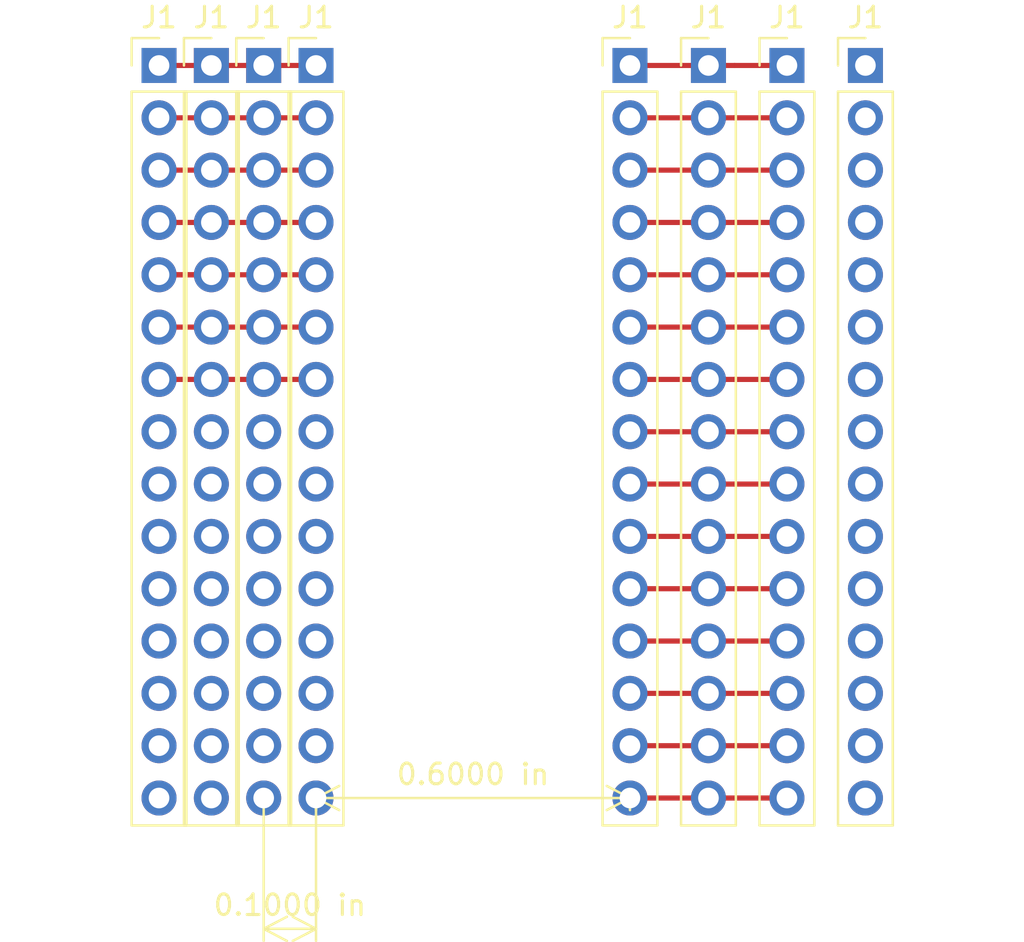
<source format=kicad_pcb>
(kicad_pcb (version 20171130) (host pcbnew "(5.1.2)-2")

  (general
    (thickness 1.6)
    (drawings 2)
    (tracks 61)
    (zones 0)
    (modules 8)
    (nets 1)
  )

  (page A4)
  (layers
    (0 F.Cu signal)
    (31 B.Cu signal)
    (32 B.Adhes user)
    (33 F.Adhes user)
    (34 B.Paste user)
    (35 F.Paste user)
    (36 B.SilkS user)
    (37 F.SilkS user)
    (38 B.Mask user)
    (39 F.Mask user)
    (40 Dwgs.User user)
    (41 Cmts.User user)
    (42 Eco1.User user)
    (43 Eco2.User user)
    (44 Edge.Cuts user)
    (45 Margin user)
    (46 B.CrtYd user)
    (47 F.CrtYd user)
    (48 B.Fab user)
    (49 F.Fab user)
  )

  (setup
    (last_trace_width 0.25)
    (trace_clearance 0.2)
    (zone_clearance 0.508)
    (zone_45_only no)
    (trace_min 0.2)
    (via_size 0.8)
    (via_drill 0.4)
    (via_min_size 0.4)
    (via_min_drill 0.3)
    (uvia_size 0.3)
    (uvia_drill 0.1)
    (uvias_allowed no)
    (uvia_min_size 0.2)
    (uvia_min_drill 0.1)
    (edge_width 0.05)
    (segment_width 0.2)
    (pcb_text_width 0.3)
    (pcb_text_size 1.5 1.5)
    (mod_edge_width 0.12)
    (mod_text_size 1 1)
    (mod_text_width 0.15)
    (pad_size 1.524 1.524)
    (pad_drill 0.762)
    (pad_to_mask_clearance 0.051)
    (solder_mask_min_width 0.25)
    (aux_axis_origin 0 0)
    (visible_elements 7FFFFFFF)
    (pcbplotparams
      (layerselection 0x010fc_ffffffff)
      (usegerberextensions false)
      (usegerberattributes false)
      (usegerberadvancedattributes false)
      (creategerberjobfile false)
      (excludeedgelayer true)
      (linewidth 0.100000)
      (plotframeref false)
      (viasonmask false)
      (mode 1)
      (useauxorigin false)
      (hpglpennumber 1)
      (hpglpenspeed 20)
      (hpglpendiameter 15.000000)
      (psnegative false)
      (psa4output false)
      (plotreference true)
      (plotvalue true)
      (plotinvisibletext false)
      (padsonsilk false)
      (subtractmaskfromsilk false)
      (outputformat 1)
      (mirror false)
      (drillshape 1)
      (scaleselection 1)
      (outputdirectory ""))
  )

  (net 0 "")

  (net_class Default "This is the default net class."
    (clearance 0.2)
    (trace_width 0.25)
    (via_dia 0.8)
    (via_drill 0.4)
    (uvia_dia 0.3)
    (uvia_drill 0.1)
  )

  (module Connector_PinHeader_2.54mm:PinHeader_1x15_P2.54mm_Vertical (layer F.Cu) (tedit 59FED5CC) (tstamp 5E1E7E6E)
    (at 148.59 -2.54)
    (descr "Through hole straight pin header, 1x15, 2.54mm pitch, single row")
    (tags "Through hole pin header THT 1x15 2.54mm single row")
    (path /5DE6013C)
    (fp_text reference J1 (at 0 -2.33) (layer F.SilkS)
      (effects (font (size 1 1) (thickness 0.15)))
    )
    (fp_text value Conn_01x15_Female (at 0 37.89) (layer F.Fab)
      (effects (font (size 1 1) (thickness 0.15)))
    )
    (fp_text user %R (at 0 17.78 90) (layer F.Fab)
      (effects (font (size 1 1) (thickness 0.15)))
    )
    (fp_line (start 1.8 -1.8) (end -1.8 -1.8) (layer F.CrtYd) (width 0.05))
    (fp_line (start 1.8 37.35) (end 1.8 -1.8) (layer F.CrtYd) (width 0.05))
    (fp_line (start -1.8 37.35) (end 1.8 37.35) (layer F.CrtYd) (width 0.05))
    (fp_line (start -1.8 -1.8) (end -1.8 37.35) (layer F.CrtYd) (width 0.05))
    (fp_line (start -1.33 -1.33) (end 0 -1.33) (layer F.SilkS) (width 0.12))
    (fp_line (start -1.33 0) (end -1.33 -1.33) (layer F.SilkS) (width 0.12))
    (fp_line (start -1.33 1.27) (end 1.33 1.27) (layer F.SilkS) (width 0.12))
    (fp_line (start 1.33 1.27) (end 1.33 36.89) (layer F.SilkS) (width 0.12))
    (fp_line (start -1.33 1.27) (end -1.33 36.89) (layer F.SilkS) (width 0.12))
    (fp_line (start -1.33 36.89) (end 1.33 36.89) (layer F.SilkS) (width 0.12))
    (fp_line (start -1.27 -0.635) (end -0.635 -1.27) (layer F.Fab) (width 0.1))
    (fp_line (start -1.27 36.83) (end -1.27 -0.635) (layer F.Fab) (width 0.1))
    (fp_line (start 1.27 36.83) (end -1.27 36.83) (layer F.Fab) (width 0.1))
    (fp_line (start 1.27 -1.27) (end 1.27 36.83) (layer F.Fab) (width 0.1))
    (fp_line (start -0.635 -1.27) (end 1.27 -1.27) (layer F.Fab) (width 0.1))
    (pad 15 thru_hole oval (at 0 35.56) (size 1.7 1.7) (drill 1) (layers *.Cu *.Mask))
    (pad 14 thru_hole oval (at 0 33.02) (size 1.7 1.7) (drill 1) (layers *.Cu *.Mask))
    (pad 13 thru_hole oval (at 0 30.48) (size 1.7 1.7) (drill 1) (layers *.Cu *.Mask))
    (pad 12 thru_hole oval (at 0 27.94) (size 1.7 1.7) (drill 1) (layers *.Cu *.Mask))
    (pad 11 thru_hole oval (at 0 25.4) (size 1.7 1.7) (drill 1) (layers *.Cu *.Mask))
    (pad 10 thru_hole oval (at 0 22.86) (size 1.7 1.7) (drill 1) (layers *.Cu *.Mask))
    (pad 9 thru_hole oval (at 0 20.32) (size 1.7 1.7) (drill 1) (layers *.Cu *.Mask))
    (pad 8 thru_hole oval (at 0 17.78) (size 1.7 1.7) (drill 1) (layers *.Cu *.Mask))
    (pad 7 thru_hole oval (at 0 15.24) (size 1.7 1.7) (drill 1) (layers *.Cu *.Mask))
    (pad 6 thru_hole oval (at 0 12.7) (size 1.7 1.7) (drill 1) (layers *.Cu *.Mask))
    (pad 5 thru_hole oval (at 0 10.16) (size 1.7 1.7) (drill 1) (layers *.Cu *.Mask))
    (pad 4 thru_hole oval (at 0 7.62) (size 1.7 1.7) (drill 1) (layers *.Cu *.Mask))
    (pad 3 thru_hole oval (at 0 5.08) (size 1.7 1.7) (drill 1) (layers *.Cu *.Mask))
    (pad 2 thru_hole oval (at 0 2.54) (size 1.7 1.7) (drill 1) (layers *.Cu *.Mask))
    (pad 1 thru_hole rect (at 0 0) (size 1.7 1.7) (drill 1) (layers *.Cu *.Mask))
    (model ${KISYS3DMOD}/Connector_PinHeader_2.54mm.3dshapes/PinHeader_1x15_P2.54mm_Vertical.wrl
      (at (xyz 0 0 0))
      (scale (xyz 1 1 1))
      (rotate (xyz 0 0 0))
    )
  )

  (module Connector_PinHeader_2.54mm:PinHeader_1x15_P2.54mm_Vertical (layer F.Cu) (tedit 59FED5CC) (tstamp 5E1E78B8)
    (at 125.73 -2.54)
    (descr "Through hole straight pin header, 1x15, 2.54mm pitch, single row")
    (tags "Through hole pin header THT 1x15 2.54mm single row")
    (path /5DE6013C)
    (fp_text reference J1 (at 0 -2.33) (layer F.SilkS)
      (effects (font (size 1 1) (thickness 0.15)))
    )
    (fp_text value Conn_01x15_Female (at 0 37.89) (layer F.Fab)
      (effects (font (size 1 1) (thickness 0.15)))
    )
    (fp_line (start -0.635 -1.27) (end 1.27 -1.27) (layer F.Fab) (width 0.1))
    (fp_line (start 1.27 -1.27) (end 1.27 36.83) (layer F.Fab) (width 0.1))
    (fp_line (start 1.27 36.83) (end -1.27 36.83) (layer F.Fab) (width 0.1))
    (fp_line (start -1.27 36.83) (end -1.27 -0.635) (layer F.Fab) (width 0.1))
    (fp_line (start -1.27 -0.635) (end -0.635 -1.27) (layer F.Fab) (width 0.1))
    (fp_line (start -1.33 36.89) (end 1.33 36.89) (layer F.SilkS) (width 0.12))
    (fp_line (start -1.33 1.27) (end -1.33 36.89) (layer F.SilkS) (width 0.12))
    (fp_line (start 1.33 1.27) (end 1.33 36.89) (layer F.SilkS) (width 0.12))
    (fp_line (start -1.33 1.27) (end 1.33 1.27) (layer F.SilkS) (width 0.12))
    (fp_line (start -1.33 0) (end -1.33 -1.33) (layer F.SilkS) (width 0.12))
    (fp_line (start -1.33 -1.33) (end 0 -1.33) (layer F.SilkS) (width 0.12))
    (fp_line (start -1.8 -1.8) (end -1.8 37.35) (layer F.CrtYd) (width 0.05))
    (fp_line (start -1.8 37.35) (end 1.8 37.35) (layer F.CrtYd) (width 0.05))
    (fp_line (start 1.8 37.35) (end 1.8 -1.8) (layer F.CrtYd) (width 0.05))
    (fp_line (start 1.8 -1.8) (end -1.8 -1.8) (layer F.CrtYd) (width 0.05))
    (fp_text user %R (at 0 17.78 90) (layer F.Fab)
      (effects (font (size 1 1) (thickness 0.15)))
    )
    (pad 1 thru_hole rect (at 0 0) (size 1.7 1.7) (drill 1) (layers *.Cu *.Mask))
    (pad 2 thru_hole oval (at 0 2.54) (size 1.7 1.7) (drill 1) (layers *.Cu *.Mask))
    (pad 3 thru_hole oval (at 0 5.08) (size 1.7 1.7) (drill 1) (layers *.Cu *.Mask))
    (pad 4 thru_hole oval (at 0 7.62) (size 1.7 1.7) (drill 1) (layers *.Cu *.Mask))
    (pad 5 thru_hole oval (at 0 10.16) (size 1.7 1.7) (drill 1) (layers *.Cu *.Mask))
    (pad 6 thru_hole oval (at 0 12.7) (size 1.7 1.7) (drill 1) (layers *.Cu *.Mask))
    (pad 7 thru_hole oval (at 0 15.24) (size 1.7 1.7) (drill 1) (layers *.Cu *.Mask))
    (pad 8 thru_hole oval (at 0 17.78) (size 1.7 1.7) (drill 1) (layers *.Cu *.Mask))
    (pad 9 thru_hole oval (at 0 20.32) (size 1.7 1.7) (drill 1) (layers *.Cu *.Mask))
    (pad 10 thru_hole oval (at 0 22.86) (size 1.7 1.7) (drill 1) (layers *.Cu *.Mask))
    (pad 11 thru_hole oval (at 0 25.4) (size 1.7 1.7) (drill 1) (layers *.Cu *.Mask))
    (pad 12 thru_hole oval (at 0 27.94) (size 1.7 1.7) (drill 1) (layers *.Cu *.Mask))
    (pad 13 thru_hole oval (at 0 30.48) (size 1.7 1.7) (drill 1) (layers *.Cu *.Mask))
    (pad 14 thru_hole oval (at 0 33.02) (size 1.7 1.7) (drill 1) (layers *.Cu *.Mask))
    (pad 15 thru_hole oval (at 0 35.56) (size 1.7 1.7) (drill 1) (layers *.Cu *.Mask))
    (model ${KISYS3DMOD}/Connector_PinHeader_2.54mm.3dshapes/PinHeader_1x15_P2.54mm_Vertical.wrl
      (at (xyz 0 0 0))
      (scale (xyz 1 1 1))
      (rotate (xyz 0 0 0))
    )
  )

  (module Connector_PinHeader_2.54mm:PinHeader_1x15_P2.54mm_Vertical (layer F.Cu) (tedit 59FED5CC) (tstamp 5E1E78B8)
    (at 160.02 -2.54)
    (descr "Through hole straight pin header, 1x15, 2.54mm pitch, single row")
    (tags "Through hole pin header THT 1x15 2.54mm single row")
    (path /5DE6013C)
    (fp_text reference J1 (at 0 -2.33) (layer F.SilkS)
      (effects (font (size 1 1) (thickness 0.15)))
    )
    (fp_text value Conn_01x15_Female (at 0 37.89) (layer F.Fab)
      (effects (font (size 1 1) (thickness 0.15)))
    )
    (fp_line (start -0.635 -1.27) (end 1.27 -1.27) (layer F.Fab) (width 0.1))
    (fp_line (start 1.27 -1.27) (end 1.27 36.83) (layer F.Fab) (width 0.1))
    (fp_line (start 1.27 36.83) (end -1.27 36.83) (layer F.Fab) (width 0.1))
    (fp_line (start -1.27 36.83) (end -1.27 -0.635) (layer F.Fab) (width 0.1))
    (fp_line (start -1.27 -0.635) (end -0.635 -1.27) (layer F.Fab) (width 0.1))
    (fp_line (start -1.33 36.89) (end 1.33 36.89) (layer F.SilkS) (width 0.12))
    (fp_line (start -1.33 1.27) (end -1.33 36.89) (layer F.SilkS) (width 0.12))
    (fp_line (start 1.33 1.27) (end 1.33 36.89) (layer F.SilkS) (width 0.12))
    (fp_line (start -1.33 1.27) (end 1.33 1.27) (layer F.SilkS) (width 0.12))
    (fp_line (start -1.33 0) (end -1.33 -1.33) (layer F.SilkS) (width 0.12))
    (fp_line (start -1.33 -1.33) (end 0 -1.33) (layer F.SilkS) (width 0.12))
    (fp_line (start -1.8 -1.8) (end -1.8 37.35) (layer F.CrtYd) (width 0.05))
    (fp_line (start -1.8 37.35) (end 1.8 37.35) (layer F.CrtYd) (width 0.05))
    (fp_line (start 1.8 37.35) (end 1.8 -1.8) (layer F.CrtYd) (width 0.05))
    (fp_line (start 1.8 -1.8) (end -1.8 -1.8) (layer F.CrtYd) (width 0.05))
    (fp_text user %R (at 0 17.78 90) (layer F.Fab)
      (effects (font (size 1 1) (thickness 0.15)))
    )
    (pad 1 thru_hole rect (at 0 0) (size 1.7 1.7) (drill 1) (layers *.Cu *.Mask))
    (pad 2 thru_hole oval (at 0 2.54) (size 1.7 1.7) (drill 1) (layers *.Cu *.Mask))
    (pad 3 thru_hole oval (at 0 5.08) (size 1.7 1.7) (drill 1) (layers *.Cu *.Mask))
    (pad 4 thru_hole oval (at 0 7.62) (size 1.7 1.7) (drill 1) (layers *.Cu *.Mask))
    (pad 5 thru_hole oval (at 0 10.16) (size 1.7 1.7) (drill 1) (layers *.Cu *.Mask))
    (pad 6 thru_hole oval (at 0 12.7) (size 1.7 1.7) (drill 1) (layers *.Cu *.Mask))
    (pad 7 thru_hole oval (at 0 15.24) (size 1.7 1.7) (drill 1) (layers *.Cu *.Mask))
    (pad 8 thru_hole oval (at 0 17.78) (size 1.7 1.7) (drill 1) (layers *.Cu *.Mask))
    (pad 9 thru_hole oval (at 0 20.32) (size 1.7 1.7) (drill 1) (layers *.Cu *.Mask))
    (pad 10 thru_hole oval (at 0 22.86) (size 1.7 1.7) (drill 1) (layers *.Cu *.Mask))
    (pad 11 thru_hole oval (at 0 25.4) (size 1.7 1.7) (drill 1) (layers *.Cu *.Mask))
    (pad 12 thru_hole oval (at 0 27.94) (size 1.7 1.7) (drill 1) (layers *.Cu *.Mask))
    (pad 13 thru_hole oval (at 0 30.48) (size 1.7 1.7) (drill 1) (layers *.Cu *.Mask))
    (pad 14 thru_hole oval (at 0 33.02) (size 1.7 1.7) (drill 1) (layers *.Cu *.Mask))
    (pad 15 thru_hole oval (at 0 35.56) (size 1.7 1.7) (drill 1) (layers *.Cu *.Mask))
    (model ${KISYS3DMOD}/Connector_PinHeader_2.54mm.3dshapes/PinHeader_1x15_P2.54mm_Vertical.wrl
      (at (xyz 0 0 0))
      (scale (xyz 1 1 1))
      (rotate (xyz 0 0 0))
    )
  )

  (module Connector_PinHeader_2.54mm:PinHeader_1x15_P2.54mm_Vertical (layer F.Cu) (tedit 59FED5CC) (tstamp 5E1E78B8)
    (at 128.27 -2.54)
    (descr "Through hole straight pin header, 1x15, 2.54mm pitch, single row")
    (tags "Through hole pin header THT 1x15 2.54mm single row")
    (path /5DE6013C)
    (fp_text reference J1 (at 0 -2.33) (layer F.SilkS)
      (effects (font (size 1 1) (thickness 0.15)))
    )
    (fp_text value Conn_01x15_Female (at 0 37.89) (layer F.Fab)
      (effects (font (size 1 1) (thickness 0.15)))
    )
    (fp_line (start -0.635 -1.27) (end 1.27 -1.27) (layer F.Fab) (width 0.1))
    (fp_line (start 1.27 -1.27) (end 1.27 36.83) (layer F.Fab) (width 0.1))
    (fp_line (start 1.27 36.83) (end -1.27 36.83) (layer F.Fab) (width 0.1))
    (fp_line (start -1.27 36.83) (end -1.27 -0.635) (layer F.Fab) (width 0.1))
    (fp_line (start -1.27 -0.635) (end -0.635 -1.27) (layer F.Fab) (width 0.1))
    (fp_line (start -1.33 36.89) (end 1.33 36.89) (layer F.SilkS) (width 0.12))
    (fp_line (start -1.33 1.27) (end -1.33 36.89) (layer F.SilkS) (width 0.12))
    (fp_line (start 1.33 1.27) (end 1.33 36.89) (layer F.SilkS) (width 0.12))
    (fp_line (start -1.33 1.27) (end 1.33 1.27) (layer F.SilkS) (width 0.12))
    (fp_line (start -1.33 0) (end -1.33 -1.33) (layer F.SilkS) (width 0.12))
    (fp_line (start -1.33 -1.33) (end 0 -1.33) (layer F.SilkS) (width 0.12))
    (fp_line (start -1.8 -1.8) (end -1.8 37.35) (layer F.CrtYd) (width 0.05))
    (fp_line (start -1.8 37.35) (end 1.8 37.35) (layer F.CrtYd) (width 0.05))
    (fp_line (start 1.8 37.35) (end 1.8 -1.8) (layer F.CrtYd) (width 0.05))
    (fp_line (start 1.8 -1.8) (end -1.8 -1.8) (layer F.CrtYd) (width 0.05))
    (fp_text user %R (at 0 17.78 90) (layer F.Fab)
      (effects (font (size 1 1) (thickness 0.15)))
    )
    (pad 1 thru_hole rect (at 0 0) (size 1.7 1.7) (drill 1) (layers *.Cu *.Mask))
    (pad 2 thru_hole oval (at 0 2.54) (size 1.7 1.7) (drill 1) (layers *.Cu *.Mask))
    (pad 3 thru_hole oval (at 0 5.08) (size 1.7 1.7) (drill 1) (layers *.Cu *.Mask))
    (pad 4 thru_hole oval (at 0 7.62) (size 1.7 1.7) (drill 1) (layers *.Cu *.Mask))
    (pad 5 thru_hole oval (at 0 10.16) (size 1.7 1.7) (drill 1) (layers *.Cu *.Mask))
    (pad 6 thru_hole oval (at 0 12.7) (size 1.7 1.7) (drill 1) (layers *.Cu *.Mask))
    (pad 7 thru_hole oval (at 0 15.24) (size 1.7 1.7) (drill 1) (layers *.Cu *.Mask))
    (pad 8 thru_hole oval (at 0 17.78) (size 1.7 1.7) (drill 1) (layers *.Cu *.Mask))
    (pad 9 thru_hole oval (at 0 20.32) (size 1.7 1.7) (drill 1) (layers *.Cu *.Mask))
    (pad 10 thru_hole oval (at 0 22.86) (size 1.7 1.7) (drill 1) (layers *.Cu *.Mask))
    (pad 11 thru_hole oval (at 0 25.4) (size 1.7 1.7) (drill 1) (layers *.Cu *.Mask))
    (pad 12 thru_hole oval (at 0 27.94) (size 1.7 1.7) (drill 1) (layers *.Cu *.Mask))
    (pad 13 thru_hole oval (at 0 30.48) (size 1.7 1.7) (drill 1) (layers *.Cu *.Mask))
    (pad 14 thru_hole oval (at 0 33.02) (size 1.7 1.7) (drill 1) (layers *.Cu *.Mask))
    (pad 15 thru_hole oval (at 0 35.56) (size 1.7 1.7) (drill 1) (layers *.Cu *.Mask))
    (model ${KISYS3DMOD}/Connector_PinHeader_2.54mm.3dshapes/PinHeader_1x15_P2.54mm_Vertical.wrl
      (at (xyz 0 0 0))
      (scale (xyz 1 1 1))
      (rotate (xyz 0 0 0))
    )
  )

  (module Connector_PinHeader_2.54mm:PinHeader_1x15_P2.54mm_Vertical (layer F.Cu) (tedit 59FED5CC) (tstamp 5E1E78B8)
    (at 156.21 -2.54)
    (descr "Through hole straight pin header, 1x15, 2.54mm pitch, single row")
    (tags "Through hole pin header THT 1x15 2.54mm single row")
    (path /5DE6013C)
    (fp_text reference J1 (at 0 -2.33) (layer F.SilkS)
      (effects (font (size 1 1) (thickness 0.15)))
    )
    (fp_text value Conn_01x15_Female (at 0 37.89) (layer F.Fab)
      (effects (font (size 1 1) (thickness 0.15)))
    )
    (fp_line (start -0.635 -1.27) (end 1.27 -1.27) (layer F.Fab) (width 0.1))
    (fp_line (start 1.27 -1.27) (end 1.27 36.83) (layer F.Fab) (width 0.1))
    (fp_line (start 1.27 36.83) (end -1.27 36.83) (layer F.Fab) (width 0.1))
    (fp_line (start -1.27 36.83) (end -1.27 -0.635) (layer F.Fab) (width 0.1))
    (fp_line (start -1.27 -0.635) (end -0.635 -1.27) (layer F.Fab) (width 0.1))
    (fp_line (start -1.33 36.89) (end 1.33 36.89) (layer F.SilkS) (width 0.12))
    (fp_line (start -1.33 1.27) (end -1.33 36.89) (layer F.SilkS) (width 0.12))
    (fp_line (start 1.33 1.27) (end 1.33 36.89) (layer F.SilkS) (width 0.12))
    (fp_line (start -1.33 1.27) (end 1.33 1.27) (layer F.SilkS) (width 0.12))
    (fp_line (start -1.33 0) (end -1.33 -1.33) (layer F.SilkS) (width 0.12))
    (fp_line (start -1.33 -1.33) (end 0 -1.33) (layer F.SilkS) (width 0.12))
    (fp_line (start -1.8 -1.8) (end -1.8 37.35) (layer F.CrtYd) (width 0.05))
    (fp_line (start -1.8 37.35) (end 1.8 37.35) (layer F.CrtYd) (width 0.05))
    (fp_line (start 1.8 37.35) (end 1.8 -1.8) (layer F.CrtYd) (width 0.05))
    (fp_line (start 1.8 -1.8) (end -1.8 -1.8) (layer F.CrtYd) (width 0.05))
    (fp_text user %R (at 0 17.78 90) (layer F.Fab)
      (effects (font (size 1 1) (thickness 0.15)))
    )
    (pad 1 thru_hole rect (at 0 0) (size 1.7 1.7) (drill 1) (layers *.Cu *.Mask))
    (pad 2 thru_hole oval (at 0 2.54) (size 1.7 1.7) (drill 1) (layers *.Cu *.Mask))
    (pad 3 thru_hole oval (at 0 5.08) (size 1.7 1.7) (drill 1) (layers *.Cu *.Mask))
    (pad 4 thru_hole oval (at 0 7.62) (size 1.7 1.7) (drill 1) (layers *.Cu *.Mask))
    (pad 5 thru_hole oval (at 0 10.16) (size 1.7 1.7) (drill 1) (layers *.Cu *.Mask))
    (pad 6 thru_hole oval (at 0 12.7) (size 1.7 1.7) (drill 1) (layers *.Cu *.Mask))
    (pad 7 thru_hole oval (at 0 15.24) (size 1.7 1.7) (drill 1) (layers *.Cu *.Mask))
    (pad 8 thru_hole oval (at 0 17.78) (size 1.7 1.7) (drill 1) (layers *.Cu *.Mask))
    (pad 9 thru_hole oval (at 0 20.32) (size 1.7 1.7) (drill 1) (layers *.Cu *.Mask))
    (pad 10 thru_hole oval (at 0 22.86) (size 1.7 1.7) (drill 1) (layers *.Cu *.Mask))
    (pad 11 thru_hole oval (at 0 25.4) (size 1.7 1.7) (drill 1) (layers *.Cu *.Mask))
    (pad 12 thru_hole oval (at 0 27.94) (size 1.7 1.7) (drill 1) (layers *.Cu *.Mask))
    (pad 13 thru_hole oval (at 0 30.48) (size 1.7 1.7) (drill 1) (layers *.Cu *.Mask))
    (pad 14 thru_hole oval (at 0 33.02) (size 1.7 1.7) (drill 1) (layers *.Cu *.Mask))
    (pad 15 thru_hole oval (at 0 35.56) (size 1.7 1.7) (drill 1) (layers *.Cu *.Mask))
    (model ${KISYS3DMOD}/Connector_PinHeader_2.54mm.3dshapes/PinHeader_1x15_P2.54mm_Vertical.wrl
      (at (xyz 0 0 0))
      (scale (xyz 1 1 1))
      (rotate (xyz 0 0 0))
    )
  )

  (module Connector_PinHeader_2.54mm:PinHeader_1x15_P2.54mm_Vertical (layer F.Cu) (tedit 59FED5CC) (tstamp 5E1E78B8)
    (at 152.4 -2.54)
    (descr "Through hole straight pin header, 1x15, 2.54mm pitch, single row")
    (tags "Through hole pin header THT 1x15 2.54mm single row")
    (path /5DE6013C)
    (fp_text reference J1 (at 0 -2.33) (layer F.SilkS)
      (effects (font (size 1 1) (thickness 0.15)))
    )
    (fp_text value Conn_01x15_Female (at 0 37.89) (layer F.Fab)
      (effects (font (size 1 1) (thickness 0.15)))
    )
    (fp_line (start -0.635 -1.27) (end 1.27 -1.27) (layer F.Fab) (width 0.1))
    (fp_line (start 1.27 -1.27) (end 1.27 36.83) (layer F.Fab) (width 0.1))
    (fp_line (start 1.27 36.83) (end -1.27 36.83) (layer F.Fab) (width 0.1))
    (fp_line (start -1.27 36.83) (end -1.27 -0.635) (layer F.Fab) (width 0.1))
    (fp_line (start -1.27 -0.635) (end -0.635 -1.27) (layer F.Fab) (width 0.1))
    (fp_line (start -1.33 36.89) (end 1.33 36.89) (layer F.SilkS) (width 0.12))
    (fp_line (start -1.33 1.27) (end -1.33 36.89) (layer F.SilkS) (width 0.12))
    (fp_line (start 1.33 1.27) (end 1.33 36.89) (layer F.SilkS) (width 0.12))
    (fp_line (start -1.33 1.27) (end 1.33 1.27) (layer F.SilkS) (width 0.12))
    (fp_line (start -1.33 0) (end -1.33 -1.33) (layer F.SilkS) (width 0.12))
    (fp_line (start -1.33 -1.33) (end 0 -1.33) (layer F.SilkS) (width 0.12))
    (fp_line (start -1.8 -1.8) (end -1.8 37.35) (layer F.CrtYd) (width 0.05))
    (fp_line (start -1.8 37.35) (end 1.8 37.35) (layer F.CrtYd) (width 0.05))
    (fp_line (start 1.8 37.35) (end 1.8 -1.8) (layer F.CrtYd) (width 0.05))
    (fp_line (start 1.8 -1.8) (end -1.8 -1.8) (layer F.CrtYd) (width 0.05))
    (fp_text user %R (at 0 17.78 90) (layer F.Fab)
      (effects (font (size 1 1) (thickness 0.15)))
    )
    (pad 1 thru_hole rect (at 0 0) (size 1.7 1.7) (drill 1) (layers *.Cu *.Mask))
    (pad 2 thru_hole oval (at 0 2.54) (size 1.7 1.7) (drill 1) (layers *.Cu *.Mask))
    (pad 3 thru_hole oval (at 0 5.08) (size 1.7 1.7) (drill 1) (layers *.Cu *.Mask))
    (pad 4 thru_hole oval (at 0 7.62) (size 1.7 1.7) (drill 1) (layers *.Cu *.Mask))
    (pad 5 thru_hole oval (at 0 10.16) (size 1.7 1.7) (drill 1) (layers *.Cu *.Mask))
    (pad 6 thru_hole oval (at 0 12.7) (size 1.7 1.7) (drill 1) (layers *.Cu *.Mask))
    (pad 7 thru_hole oval (at 0 15.24) (size 1.7 1.7) (drill 1) (layers *.Cu *.Mask))
    (pad 8 thru_hole oval (at 0 17.78) (size 1.7 1.7) (drill 1) (layers *.Cu *.Mask))
    (pad 9 thru_hole oval (at 0 20.32) (size 1.7 1.7) (drill 1) (layers *.Cu *.Mask))
    (pad 10 thru_hole oval (at 0 22.86) (size 1.7 1.7) (drill 1) (layers *.Cu *.Mask))
    (pad 11 thru_hole oval (at 0 25.4) (size 1.7 1.7) (drill 1) (layers *.Cu *.Mask))
    (pad 12 thru_hole oval (at 0 27.94) (size 1.7 1.7) (drill 1) (layers *.Cu *.Mask))
    (pad 13 thru_hole oval (at 0 30.48) (size 1.7 1.7) (drill 1) (layers *.Cu *.Mask))
    (pad 14 thru_hole oval (at 0 33.02) (size 1.7 1.7) (drill 1) (layers *.Cu *.Mask))
    (pad 15 thru_hole oval (at 0 35.56) (size 1.7 1.7) (drill 1) (layers *.Cu *.Mask))
    (model ${KISYS3DMOD}/Connector_PinHeader_2.54mm.3dshapes/PinHeader_1x15_P2.54mm_Vertical.wrl
      (at (xyz 0 0 0))
      (scale (xyz 1 1 1))
      (rotate (xyz 0 0 0))
    )
  )

  (module Connector_PinHeader_2.54mm:PinHeader_1x15_P2.54mm_Vertical (layer F.Cu) (tedit 59FED5CC) (tstamp 5E1E78B8)
    (at 130.81 -2.54)
    (descr "Through hole straight pin header, 1x15, 2.54mm pitch, single row")
    (tags "Through hole pin header THT 1x15 2.54mm single row")
    (path /5DE6013C)
    (fp_text reference J1 (at 0 -2.33) (layer F.SilkS)
      (effects (font (size 1 1) (thickness 0.15)))
    )
    (fp_text value Conn_01x15_Female (at 0 37.89) (layer F.Fab)
      (effects (font (size 1 1) (thickness 0.15)))
    )
    (fp_line (start -0.635 -1.27) (end 1.27 -1.27) (layer F.Fab) (width 0.1))
    (fp_line (start 1.27 -1.27) (end 1.27 36.83) (layer F.Fab) (width 0.1))
    (fp_line (start 1.27 36.83) (end -1.27 36.83) (layer F.Fab) (width 0.1))
    (fp_line (start -1.27 36.83) (end -1.27 -0.635) (layer F.Fab) (width 0.1))
    (fp_line (start -1.27 -0.635) (end -0.635 -1.27) (layer F.Fab) (width 0.1))
    (fp_line (start -1.33 36.89) (end 1.33 36.89) (layer F.SilkS) (width 0.12))
    (fp_line (start -1.33 1.27) (end -1.33 36.89) (layer F.SilkS) (width 0.12))
    (fp_line (start 1.33 1.27) (end 1.33 36.89) (layer F.SilkS) (width 0.12))
    (fp_line (start -1.33 1.27) (end 1.33 1.27) (layer F.SilkS) (width 0.12))
    (fp_line (start -1.33 0) (end -1.33 -1.33) (layer F.SilkS) (width 0.12))
    (fp_line (start -1.33 -1.33) (end 0 -1.33) (layer F.SilkS) (width 0.12))
    (fp_line (start -1.8 -1.8) (end -1.8 37.35) (layer F.CrtYd) (width 0.05))
    (fp_line (start -1.8 37.35) (end 1.8 37.35) (layer F.CrtYd) (width 0.05))
    (fp_line (start 1.8 37.35) (end 1.8 -1.8) (layer F.CrtYd) (width 0.05))
    (fp_line (start 1.8 -1.8) (end -1.8 -1.8) (layer F.CrtYd) (width 0.05))
    (fp_text user %R (at 0 17.78 90) (layer F.Fab)
      (effects (font (size 1 1) (thickness 0.15)))
    )
    (pad 1 thru_hole rect (at 0 0) (size 1.7 1.7) (drill 1) (layers *.Cu *.Mask))
    (pad 2 thru_hole oval (at 0 2.54) (size 1.7 1.7) (drill 1) (layers *.Cu *.Mask))
    (pad 3 thru_hole oval (at 0 5.08) (size 1.7 1.7) (drill 1) (layers *.Cu *.Mask))
    (pad 4 thru_hole oval (at 0 7.62) (size 1.7 1.7) (drill 1) (layers *.Cu *.Mask))
    (pad 5 thru_hole oval (at 0 10.16) (size 1.7 1.7) (drill 1) (layers *.Cu *.Mask))
    (pad 6 thru_hole oval (at 0 12.7) (size 1.7 1.7) (drill 1) (layers *.Cu *.Mask))
    (pad 7 thru_hole oval (at 0 15.24) (size 1.7 1.7) (drill 1) (layers *.Cu *.Mask))
    (pad 8 thru_hole oval (at 0 17.78) (size 1.7 1.7) (drill 1) (layers *.Cu *.Mask))
    (pad 9 thru_hole oval (at 0 20.32) (size 1.7 1.7) (drill 1) (layers *.Cu *.Mask))
    (pad 10 thru_hole oval (at 0 22.86) (size 1.7 1.7) (drill 1) (layers *.Cu *.Mask))
    (pad 11 thru_hole oval (at 0 25.4) (size 1.7 1.7) (drill 1) (layers *.Cu *.Mask))
    (pad 12 thru_hole oval (at 0 27.94) (size 1.7 1.7) (drill 1) (layers *.Cu *.Mask))
    (pad 13 thru_hole oval (at 0 30.48) (size 1.7 1.7) (drill 1) (layers *.Cu *.Mask))
    (pad 14 thru_hole oval (at 0 33.02) (size 1.7 1.7) (drill 1) (layers *.Cu *.Mask))
    (pad 15 thru_hole oval (at 0 35.56) (size 1.7 1.7) (drill 1) (layers *.Cu *.Mask))
    (model ${KISYS3DMOD}/Connector_PinHeader_2.54mm.3dshapes/PinHeader_1x15_P2.54mm_Vertical.wrl
      (at (xyz 0 0 0))
      (scale (xyz 1 1 1))
      (rotate (xyz 0 0 0))
    )
  )

  (module Connector_PinHeader_2.54mm:PinHeader_1x15_P2.54mm_Vertical (layer F.Cu) (tedit 59FED5CC) (tstamp 5E1E78B8)
    (at 133.35 -2.54)
    (descr "Through hole straight pin header, 1x15, 2.54mm pitch, single row")
    (tags "Through hole pin header THT 1x15 2.54mm single row")
    (path /5DE6013C)
    (fp_text reference J1 (at 0 -2.33) (layer F.SilkS)
      (effects (font (size 1 1) (thickness 0.15)))
    )
    (fp_text value Conn_01x15_Female (at 0 37.89) (layer F.Fab)
      (effects (font (size 1 1) (thickness 0.15)))
    )
    (fp_line (start -0.635 -1.27) (end 1.27 -1.27) (layer F.Fab) (width 0.1))
    (fp_line (start 1.27 -1.27) (end 1.27 36.83) (layer F.Fab) (width 0.1))
    (fp_line (start 1.27 36.83) (end -1.27 36.83) (layer F.Fab) (width 0.1))
    (fp_line (start -1.27 36.83) (end -1.27 -0.635) (layer F.Fab) (width 0.1))
    (fp_line (start -1.27 -0.635) (end -0.635 -1.27) (layer F.Fab) (width 0.1))
    (fp_line (start -1.33 36.89) (end 1.33 36.89) (layer F.SilkS) (width 0.12))
    (fp_line (start -1.33 1.27) (end -1.33 36.89) (layer F.SilkS) (width 0.12))
    (fp_line (start 1.33 1.27) (end 1.33 36.89) (layer F.SilkS) (width 0.12))
    (fp_line (start -1.33 1.27) (end 1.33 1.27) (layer F.SilkS) (width 0.12))
    (fp_line (start -1.33 0) (end -1.33 -1.33) (layer F.SilkS) (width 0.12))
    (fp_line (start -1.33 -1.33) (end 0 -1.33) (layer F.SilkS) (width 0.12))
    (fp_line (start -1.8 -1.8) (end -1.8 37.35) (layer F.CrtYd) (width 0.05))
    (fp_line (start -1.8 37.35) (end 1.8 37.35) (layer F.CrtYd) (width 0.05))
    (fp_line (start 1.8 37.35) (end 1.8 -1.8) (layer F.CrtYd) (width 0.05))
    (fp_line (start 1.8 -1.8) (end -1.8 -1.8) (layer F.CrtYd) (width 0.05))
    (fp_text user %R (at 0 17.78 90) (layer F.Fab)
      (effects (font (size 1 1) (thickness 0.15)))
    )
    (pad 1 thru_hole rect (at 0 0) (size 1.7 1.7) (drill 1) (layers *.Cu *.Mask))
    (pad 2 thru_hole oval (at 0 2.54) (size 1.7 1.7) (drill 1) (layers *.Cu *.Mask))
    (pad 3 thru_hole oval (at 0 5.08) (size 1.7 1.7) (drill 1) (layers *.Cu *.Mask))
    (pad 4 thru_hole oval (at 0 7.62) (size 1.7 1.7) (drill 1) (layers *.Cu *.Mask))
    (pad 5 thru_hole oval (at 0 10.16) (size 1.7 1.7) (drill 1) (layers *.Cu *.Mask))
    (pad 6 thru_hole oval (at 0 12.7) (size 1.7 1.7) (drill 1) (layers *.Cu *.Mask))
    (pad 7 thru_hole oval (at 0 15.24) (size 1.7 1.7) (drill 1) (layers *.Cu *.Mask))
    (pad 8 thru_hole oval (at 0 17.78) (size 1.7 1.7) (drill 1) (layers *.Cu *.Mask))
    (pad 9 thru_hole oval (at 0 20.32) (size 1.7 1.7) (drill 1) (layers *.Cu *.Mask))
    (pad 10 thru_hole oval (at 0 22.86) (size 1.7 1.7) (drill 1) (layers *.Cu *.Mask))
    (pad 11 thru_hole oval (at 0 25.4) (size 1.7 1.7) (drill 1) (layers *.Cu *.Mask))
    (pad 12 thru_hole oval (at 0 27.94) (size 1.7 1.7) (drill 1) (layers *.Cu *.Mask))
    (pad 13 thru_hole oval (at 0 30.48) (size 1.7 1.7) (drill 1) (layers *.Cu *.Mask))
    (pad 14 thru_hole oval (at 0 33.02) (size 1.7 1.7) (drill 1) (layers *.Cu *.Mask))
    (pad 15 thru_hole oval (at 0 35.56) (size 1.7 1.7) (drill 1) (layers *.Cu *.Mask))
    (model ${KISYS3DMOD}/Connector_PinHeader_2.54mm.3dshapes/PinHeader_1x15_P2.54mm_Vertical.wrl
      (at (xyz 0 0 0))
      (scale (xyz 1 1 1))
      (rotate (xyz 0 0 0))
    )
  )

  (dimension 2.54 (width 0.12) (layer F.SilkS)
    (gr_text "0.1000 in" (at 132.08 40.64) (layer F.SilkS)
      (effects (font (size 1 1) (thickness 0.15)))
    )
    (feature1 (pts (xy 130.81 33.02) (xy 130.81 39.956421)))
    (feature2 (pts (xy 133.35 33.02) (xy 133.35 39.956421)))
    (crossbar (pts (xy 133.35 39.37) (xy 130.81 39.37)))
    (arrow1a (pts (xy 130.81 39.37) (xy 131.936504 38.783579)))
    (arrow1b (pts (xy 130.81 39.37) (xy 131.936504 39.956421)))
    (arrow2a (pts (xy 133.35 39.37) (xy 132.223496 38.783579)))
    (arrow2b (pts (xy 133.35 39.37) (xy 132.223496 39.956421)))
  )
  (dimension 15.24 (width 0.12) (layer F.SilkS)
    (gr_text "0.6000 in" (at 140.97 34.29) (layer F.SilkS)
      (effects (font (size 1 1) (thickness 0.15)))
    )
    (feature1 (pts (xy 148.59 33.02) (xy 148.59 33.606421)))
    (feature2 (pts (xy 133.35 33.02) (xy 133.35 33.606421)))
    (crossbar (pts (xy 133.35 33.02) (xy 148.59 33.02)))
    (arrow1a (pts (xy 148.59 33.02) (xy 147.463496 33.606421)))
    (arrow1b (pts (xy 148.59 33.02) (xy 147.463496 32.433579)))
    (arrow2a (pts (xy 133.35 33.02) (xy 134.476504 33.606421)))
    (arrow2b (pts (xy 133.35 33.02) (xy 134.476504 32.433579)))
  )

  (segment (start 153.67 -2.54) (end 151.13 -2.54) (width 0.25) (layer F.Cu) (net 0))
  (segment (start 153.67 -2.54) (end 156.21 -2.54) (width 0.25) (layer F.Cu) (net 0))
  (segment (start 156.21 0) (end 153.67 0) (width 0.25) (layer F.Cu) (net 0))
  (segment (start 153.67 0) (end 151.13 0) (width 0.25) (layer F.Cu) (net 0))
  (segment (start 151.13 2.54) (end 153.67 2.54) (width 0.25) (layer F.Cu) (net 0))
  (segment (start 153.67 2.54) (end 156.21 2.54) (width 0.25) (layer F.Cu) (net 0))
  (segment (start 156.21 5.08) (end 153.67 5.08) (width 0.25) (layer F.Cu) (net 0))
  (segment (start 153.67 5.08) (end 151.13 5.08) (width 0.25) (layer F.Cu) (net 0))
  (segment (start 151.13 7.62) (end 153.67 7.62) (width 0.25) (layer F.Cu) (net 0))
  (segment (start 153.67 7.62) (end 156.21 7.62) (width 0.25) (layer F.Cu) (net 0))
  (segment (start 156.21 10.16) (end 153.67 10.16) (width 0.25) (layer F.Cu) (net 0))
  (segment (start 153.67 10.16) (end 151.13 10.16) (width 0.25) (layer F.Cu) (net 0))
  (segment (start 151.13 12.7) (end 153.67 12.7) (width 0.25) (layer F.Cu) (net 0))
  (segment (start 153.67 12.7) (end 156.21 12.7) (width 0.25) (layer F.Cu) (net 0))
  (segment (start 156.21 15.24) (end 153.67 15.24) (width 0.25) (layer F.Cu) (net 0))
  (segment (start 153.67 15.24) (end 151.13 15.24) (width 0.25) (layer F.Cu) (net 0))
  (segment (start 151.13 17.78) (end 153.67 17.78) (width 0.25) (layer F.Cu) (net 0))
  (segment (start 153.67 17.78) (end 156.21 17.78) (width 0.25) (layer F.Cu) (net 0))
  (segment (start 156.21 20.32) (end 153.67 20.32) (width 0.25) (layer F.Cu) (net 0))
  (segment (start 151.13 20.32) (end 153.67 20.32) (width 0.25) (layer F.Cu) (net 0))
  (segment (start 156.21 22.86) (end 153.67 22.86) (width 0.25) (layer F.Cu) (net 0))
  (segment (start 153.67 22.86) (end 151.13 22.86) (width 0.25) (layer F.Cu) (net 0))
  (segment (start 151.13 25.4) (end 153.67 25.4) (width 0.25) (layer F.Cu) (net 0))
  (segment (start 153.67 25.4) (end 156.21 25.4) (width 0.25) (layer F.Cu) (net 0))
  (segment (start 151.13 27.94) (end 153.67 27.94) (width 0.25) (layer F.Cu) (net 0))
  (segment (start 153.67 27.94) (end 156.21 27.94) (width 0.25) (layer F.Cu) (net 0))
  (segment (start 156.21 30.48) (end 153.67 30.48) (width 0.25) (layer F.Cu) (net 0))
  (segment (start 153.67 30.48) (end 151.13 30.48) (width 0.25) (layer F.Cu) (net 0))
  (segment (start 151.13 33.02) (end 153.67 33.02) (width 0.25) (layer F.Cu) (net 0))
  (segment (start 153.67 33.02) (end 156.21 33.02) (width 0.25) (layer F.Cu) (net 0))
  (segment (start 151.13 33.02) (end 148.59 33.02) (width 0.25) (layer F.Cu) (net 0))
  (segment (start 151.13 30.48) (end 148.59 30.48) (width 0.25) (layer F.Cu) (net 0))
  (segment (start 151.13 27.94) (end 148.59 27.94) (width 0.25) (layer F.Cu) (net 0))
  (segment (start 151.13 25.4) (end 148.59 25.4) (width 0.25) (layer F.Cu) (net 0))
  (segment (start 151.13 22.86) (end 148.59 22.86) (width 0.25) (layer F.Cu) (net 0))
  (segment (start 148.59 20.32) (end 151.13 20.32) (width 0.25) (layer F.Cu) (net 0))
  (segment (start 151.13 17.78) (end 148.59 17.78) (width 0.25) (layer F.Cu) (net 0))
  (segment (start 148.59 15.24) (end 151.13 15.24) (width 0.25) (layer F.Cu) (net 0))
  (segment (start 148.59 12.7) (end 151.13 12.7) (width 0.25) (layer F.Cu) (net 0))
  (segment (start 148.59 10.16) (end 151.13 10.16) (width 0.25) (layer F.Cu) (net 0))
  (segment (start 148.59 7.62) (end 151.13 7.62) (width 0.25) (layer F.Cu) (net 0))
  (segment (start 148.59 5.08) (end 151.13 5.08) (width 0.25) (layer F.Cu) (net 0))
  (segment (start 148.59 2.54) (end 151.13 2.54) (width 0.25) (layer F.Cu) (net 0))
  (segment (start 148.59 0) (end 151.13 0) (width 0.25) (layer F.Cu) (net 0))
  (segment (start 148.59 -2.54) (end 151.13 -2.54) (width 0.25) (layer F.Cu) (net 0))
  (segment (start 133.35 -2.54) (end 130.81 -2.54) (width 0.25) (layer F.Cu) (net 0))
  (segment (start 130.81 -2.54) (end 128.27 -2.54) (width 0.25) (layer F.Cu) (net 0))
  (segment (start 128.27 -2.54) (end 125.73 -2.54) (width 0.25) (layer F.Cu) (net 0))
  (segment (start 125.73 0) (end 128.27 0) (width 0.25) (layer F.Cu) (net 0))
  (segment (start 128.27 0) (end 130.81 0) (width 0.25) (layer F.Cu) (net 0))
  (segment (start 130.81 0) (end 133.35 0) (width 0.25) (layer F.Cu) (net 0))
  (segment (start 133.35 2.54) (end 130.81 2.54) (width 0.25) (layer F.Cu) (net 0))
  (segment (start 128.27 2.54) (end 130.81 2.54) (width 0.25) (layer F.Cu) (net 0))
  (segment (start 125.73 2.54) (end 128.27 2.54) (width 0.25) (layer F.Cu) (net 0))
  (segment (start 125.73 5.08) (end 128.27 5.08) (width 0.25) (layer F.Cu) (net 0))
  (segment (start 130.81 5.08) (end 128.27 5.08) (width 0.25) (layer F.Cu) (net 0))
  (segment (start 133.35 5.08) (end 130.81 5.08) (width 0.25) (layer F.Cu) (net 0))
  (segment (start 133.35 7.62) (end 125.73 7.62) (width 0.25) (layer F.Cu) (net 0))
  (segment (start 128.27 7.62) (end 125.73 7.62) (width 0.25) (layer F.Cu) (net 0))
  (segment (start 125.73 10.16) (end 133.35 10.16) (width 0.25) (layer F.Cu) (net 0))
  (segment (start 133.35 12.7) (end 125.73 12.7) (width 0.25) (layer F.Cu) (net 0))

)

</source>
